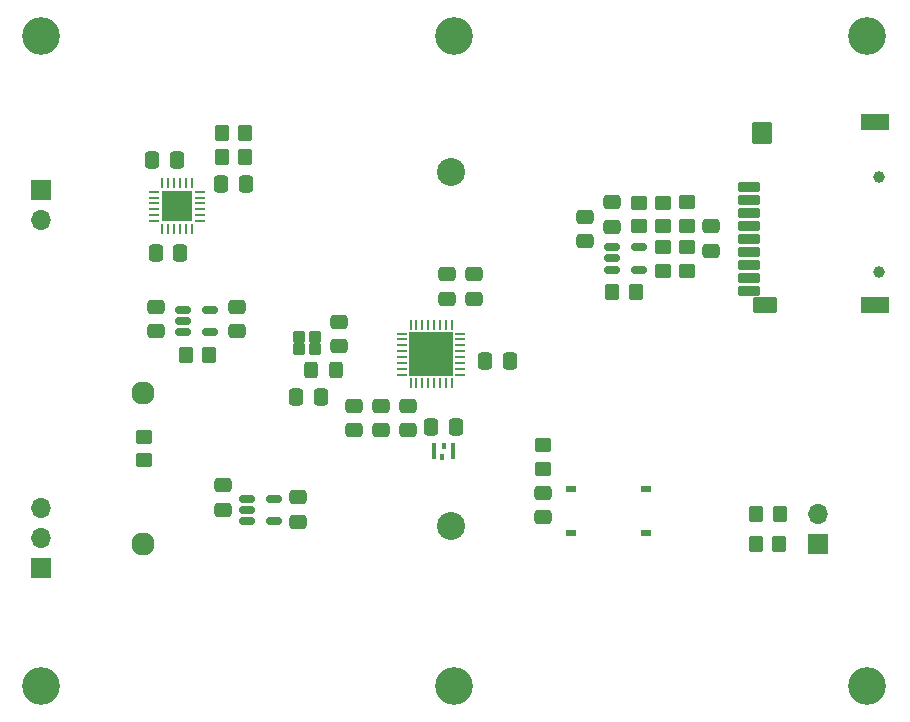
<source format=gts>
%TF.GenerationSoftware,KiCad,Pcbnew,8.0.6-8.0.6-0~ubuntu24.04.1*%
%TF.CreationDate,2024-11-06T15:00:48+01:00*%
%TF.ProjectId,random_sampler,72616e64-6f6d-45f7-9361-6d706c65722e,rev?*%
%TF.SameCoordinates,Original*%
%TF.FileFunction,Soldermask,Top*%
%TF.FilePolarity,Negative*%
%FSLAX46Y46*%
G04 Gerber Fmt 4.6, Leading zero omitted, Abs format (unit mm)*
G04 Created by KiCad (PCBNEW 8.0.6-8.0.6-0~ubuntu24.04.1) date 2024-11-06 15:00:48*
%MOMM*%
%LPD*%
G01*
G04 APERTURE LIST*
G04 Aperture macros list*
%AMRoundRect*
0 Rectangle with rounded corners*
0 $1 Rounding radius*
0 $2 $3 $4 $5 $6 $7 $8 $9 X,Y pos of 4 corners*
0 Add a 4 corners polygon primitive as box body*
4,1,4,$2,$3,$4,$5,$6,$7,$8,$9,$2,$3,0*
0 Add four circle primitives for the rounded corners*
1,1,$1+$1,$2,$3*
1,1,$1+$1,$4,$5*
1,1,$1+$1,$6,$7*
1,1,$1+$1,$8,$9*
0 Add four rect primitives between the rounded corners*
20,1,$1+$1,$2,$3,$4,$5,0*
20,1,$1+$1,$4,$5,$6,$7,0*
20,1,$1+$1,$6,$7,$8,$9,0*
20,1,$1+$1,$8,$9,$2,$3,0*%
G04 Aperture macros list end*
%ADD10RoundRect,0.150000X-0.512500X-0.150000X0.512500X-0.150000X0.512500X0.150000X-0.512500X0.150000X0*%
%ADD11RoundRect,0.250000X-0.475000X0.337500X-0.475000X-0.337500X0.475000X-0.337500X0.475000X0.337500X0*%
%ADD12RoundRect,0.102000X-0.425000X-0.375000X0.425000X-0.375000X0.425000X0.375000X-0.425000X0.375000X0*%
%ADD13RoundRect,0.250000X0.350000X0.450000X-0.350000X0.450000X-0.350000X-0.450000X0.350000X-0.450000X0*%
%ADD14C,3.200000*%
%ADD15RoundRect,0.250000X0.475000X-0.337500X0.475000X0.337500X-0.475000X0.337500X-0.475000X-0.337500X0*%
%ADD16C,1.000000*%
%ADD17RoundRect,0.102000X0.800000X-0.350000X0.800000X0.350000X-0.800000X0.350000X-0.800000X-0.350000X0*%
%ADD18RoundRect,0.102000X0.900000X-0.600000X0.900000X0.600000X-0.900000X0.600000X-0.900000X-0.600000X0*%
%ADD19RoundRect,0.102000X0.750000X-0.800000X0.750000X0.800000X-0.750000X0.800000X-0.750000X-0.800000X0*%
%ADD20RoundRect,0.102000X1.100000X-0.600000X1.100000X0.600000X-1.100000X0.600000X-1.100000X-0.600000X0*%
%ADD21RoundRect,0.250000X-0.337500X-0.475000X0.337500X-0.475000X0.337500X0.475000X-0.337500X0.475000X0*%
%ADD22RoundRect,0.250000X0.450000X-0.350000X0.450000X0.350000X-0.450000X0.350000X-0.450000X-0.350000X0*%
%ADD23RoundRect,0.250000X-0.450000X0.350000X-0.450000X-0.350000X0.450000X-0.350000X0.450000X0.350000X0*%
%ADD24R,1.700000X1.700000*%
%ADD25O,1.700000X1.700000*%
%ADD26RoundRect,0.250000X-0.350000X-0.450000X0.350000X-0.450000X0.350000X0.450000X-0.350000X0.450000X0*%
%ADD27RoundRect,0.062500X-0.062500X0.375000X-0.062500X-0.375000X0.062500X-0.375000X0.062500X0.375000X0*%
%ADD28RoundRect,0.062500X-0.375000X0.062500X-0.375000X-0.062500X0.375000X-0.062500X0.375000X0.062500X0*%
%ADD29R,2.600000X2.600000*%
%ADD30RoundRect,0.250000X0.337500X0.475000X-0.337500X0.475000X-0.337500X-0.475000X0.337500X-0.475000X0*%
%ADD31R,0.406400X1.397000*%
%ADD32R,0.304800X0.508000*%
%ADD33RoundRect,0.062500X0.062500X-0.337500X0.062500X0.337500X-0.062500X0.337500X-0.062500X-0.337500X0*%
%ADD34RoundRect,0.062500X0.337500X-0.062500X0.337500X0.062500X-0.337500X0.062500X-0.337500X-0.062500X0*%
%ADD35R,3.700000X3.700000*%
%ADD36R,0.952500X0.558800*%
%ADD37RoundRect,0.250000X-0.325000X-0.450000X0.325000X-0.450000X0.325000X0.450000X-0.325000X0.450000X0*%
%ADD38C,2.370000*%
%ADD39C,1.959000*%
G04 APERTURE END LIST*
D10*
%TO.C,U4*%
X22449526Y-44138474D03*
X22449526Y-45088474D03*
X22449526Y-46038474D03*
X24724526Y-46038474D03*
X24724526Y-44138474D03*
%TD*%
D11*
%TO.C,C7*%
X47498000Y-43645000D03*
X47498000Y-45720000D03*
%TD*%
D12*
%TO.C,Y1*%
X26844000Y-31496000D03*
X28194000Y-31496000D03*
X28194000Y-30446000D03*
X26844000Y-30446000D03*
%TD*%
D10*
%TO.C,U5*%
X53351000Y-22860000D03*
X53351000Y-23810000D03*
X53351000Y-24760000D03*
X55626000Y-24760000D03*
X55626000Y-22860000D03*
%TD*%
D13*
%TO.C,R11*%
X22320000Y-13208000D03*
X20320000Y-13208000D03*
%TD*%
D11*
%TO.C,C3*%
X33782000Y-36279000D03*
X33782000Y-38354000D03*
%TD*%
D14*
%TO.C,H4*%
X5000000Y-60000000D03*
%TD*%
D15*
%TO.C,C2*%
X39370000Y-27221000D03*
X39370000Y-25146000D03*
%TD*%
D13*
%TO.C,R9*%
X19272000Y-31961000D03*
X17272000Y-31961000D03*
%TD*%
%TO.C,R13*%
X67532000Y-48006000D03*
X65532000Y-48006000D03*
%TD*%
D16*
%TO.C,J1*%
X76013500Y-24950000D03*
X76013500Y-16950000D03*
D17*
X65013500Y-17750000D03*
X65013500Y-18850000D03*
X65013500Y-19950000D03*
X65013500Y-21050000D03*
X65013500Y-22150000D03*
X65013500Y-23250000D03*
X65013500Y-24350000D03*
X65013500Y-25450000D03*
X65013500Y-26550000D03*
D18*
X66313500Y-27750000D03*
D19*
X66063500Y-13150000D03*
D20*
X75613500Y-27750000D03*
X75613500Y-12250000D03*
%TD*%
D14*
%TO.C,H5*%
X40000000Y-60000000D03*
%TD*%
D21*
%TO.C,C11*%
X14435000Y-15494000D03*
X16510000Y-15494000D03*
%TD*%
D22*
%TO.C,R4*%
X57658000Y-24860000D03*
X57658000Y-22860000D03*
%TD*%
D23*
%TO.C,R1*%
X47498000Y-39624000D03*
X47498000Y-41624000D03*
%TD*%
D24*
%TO.C,J3*%
X70784000Y-48000000D03*
D25*
X70784000Y-45460000D03*
%TD*%
D26*
%TO.C,R12*%
X65564000Y-45466000D03*
X67564000Y-45466000D03*
%TD*%
D23*
%TO.C,R2*%
X57658000Y-19082000D03*
X57658000Y-21082000D03*
%TD*%
D21*
%TO.C,C10*%
X38057000Y-38100000D03*
X40132000Y-38100000D03*
%TD*%
D15*
%TO.C,C15*%
X26767526Y-46081474D03*
X26767526Y-44006474D03*
%TD*%
D27*
%TO.C,U2*%
X17780000Y-17461000D03*
X17280000Y-17461000D03*
X16780000Y-17461000D03*
X16280000Y-17461000D03*
X15780000Y-17461000D03*
X15280000Y-17461000D03*
D28*
X14592500Y-18148500D03*
X14592500Y-18648500D03*
X14592500Y-19148500D03*
X14592500Y-19648500D03*
X14592500Y-20148500D03*
X14592500Y-20648500D03*
D27*
X15280000Y-21336000D03*
X15780000Y-21336000D03*
X16280000Y-21336000D03*
X16780000Y-21336000D03*
X17280000Y-21336000D03*
X17780000Y-21336000D03*
D28*
X18467500Y-20648500D03*
X18467500Y-20148500D03*
X18467500Y-19648500D03*
X18467500Y-19148500D03*
X18467500Y-18648500D03*
X18467500Y-18148500D03*
D29*
X16530000Y-19398500D03*
%TD*%
D15*
%TO.C,C16*%
X20417526Y-45065474D03*
X20417526Y-42990474D03*
%TD*%
D11*
%TO.C,C4*%
X31496000Y-36279000D03*
X31496000Y-38354000D03*
%TD*%
%TO.C,C12*%
X61722000Y-21060500D03*
X61722000Y-23135500D03*
%TD*%
D21*
%TO.C,C5*%
X42629000Y-32512000D03*
X44704000Y-32512000D03*
%TD*%
D11*
%TO.C,C18*%
X51054000Y-20277000D03*
X51054000Y-22352000D03*
%TD*%
D14*
%TO.C,H2*%
X40000000Y-5000000D03*
%TD*%
D15*
%TO.C,C1*%
X41656000Y-27221000D03*
X41656000Y-25146000D03*
%TD*%
D14*
%TO.C,H6*%
X75000000Y-60000000D03*
%TD*%
D13*
%TO.C,R8*%
X55372000Y-26670000D03*
X53372000Y-26670000D03*
%TD*%
D14*
%TO.C,H3*%
X75000000Y-5000000D03*
%TD*%
D30*
%TO.C,C19*%
X22352000Y-17526000D03*
X20277000Y-17526000D03*
%TD*%
D23*
%TO.C,R3*%
X55626000Y-19082000D03*
X55626000Y-21082000D03*
%TD*%
D15*
%TO.C,C17*%
X53340000Y-21125000D03*
X53340000Y-19050000D03*
%TD*%
D30*
%TO.C,C20*%
X16807000Y-23368000D03*
X14732000Y-23368000D03*
%TD*%
D10*
%TO.C,U3*%
X17029000Y-28151000D03*
X17029000Y-29101000D03*
X17029000Y-30051000D03*
X19304000Y-30051000D03*
X19304000Y-28151000D03*
%TD*%
D15*
%TO.C,C14*%
X21590000Y-29972000D03*
X21590000Y-27897000D03*
%TD*%
D22*
%TO.C,R5*%
X59690000Y-24860000D03*
X59690000Y-22860000D03*
%TD*%
D31*
%TO.C,XTAL1*%
X38277998Y-40132000D03*
D32*
X38979024Y-40577999D03*
D31*
X39878000Y-40132000D03*
D32*
X39183999Y-39686001D03*
%TD*%
D33*
%TO.C,U1*%
X36322000Y-34364000D03*
X36822000Y-34364000D03*
X37322000Y-34364000D03*
X37822000Y-34364000D03*
X38322000Y-34364000D03*
X38822000Y-34364000D03*
X39322000Y-34364000D03*
X39822000Y-34364000D03*
D34*
X40522000Y-33664000D03*
X40522000Y-33164000D03*
X40522000Y-32664000D03*
X40522000Y-32164000D03*
X40522000Y-31664000D03*
X40522000Y-31164000D03*
X40522000Y-30664000D03*
X40522000Y-30164000D03*
D33*
X39822000Y-29464000D03*
X39322000Y-29464000D03*
X38822000Y-29464000D03*
X38322000Y-29464000D03*
X37822000Y-29464000D03*
X37322000Y-29464000D03*
X36822000Y-29464000D03*
X36322000Y-29464000D03*
D34*
X35622000Y-30164000D03*
X35622000Y-30664000D03*
X35622000Y-31164000D03*
X35622000Y-31664000D03*
X35622000Y-32164000D03*
X35622000Y-32664000D03*
X35622000Y-33164000D03*
X35622000Y-33664000D03*
D35*
X38072000Y-31914000D03*
%TD*%
D23*
%TO.C,R6*%
X59690000Y-19066000D03*
X59690000Y-21066000D03*
%TD*%
D36*
%TO.C,U6*%
X49904650Y-43357800D03*
X56267350Y-43357800D03*
X49904650Y-47066200D03*
X56267350Y-47066200D03*
%TD*%
D14*
%TO.C,H1*%
X5000000Y-5000000D03*
%TD*%
D37*
%TO.C,L1*%
X27922000Y-33274000D03*
X29972000Y-33274000D03*
%TD*%
D21*
%TO.C,C8*%
X26627000Y-35560000D03*
X28702000Y-35560000D03*
%TD*%
D11*
%TO.C,C9*%
X30226000Y-29167000D03*
X30226000Y-31242000D03*
%TD*%
%TO.C,C6*%
X36068000Y-36279000D03*
X36068000Y-38354000D03*
%TD*%
D23*
%TO.C,R7*%
X13716000Y-38894000D03*
X13716000Y-40894000D03*
%TD*%
D13*
%TO.C,R10*%
X22320000Y-15240000D03*
X20320000Y-15240000D03*
%TD*%
D15*
%TO.C,C13*%
X14732000Y-29972000D03*
X14732000Y-27897000D03*
%TD*%
D38*
%TO.C,BT1*%
X39750000Y-46500000D03*
X39750000Y-16500000D03*
D39*
X13680000Y-48000000D03*
X13680000Y-35200000D03*
%TD*%
D24*
%TO.C,J2*%
X5000000Y-18000000D03*
D25*
X5000000Y-20540000D03*
%TD*%
D24*
%TO.C,SW2*%
X5000000Y-50000000D03*
D25*
X5000000Y-47460000D03*
X5000000Y-44920000D03*
%TD*%
M02*

</source>
